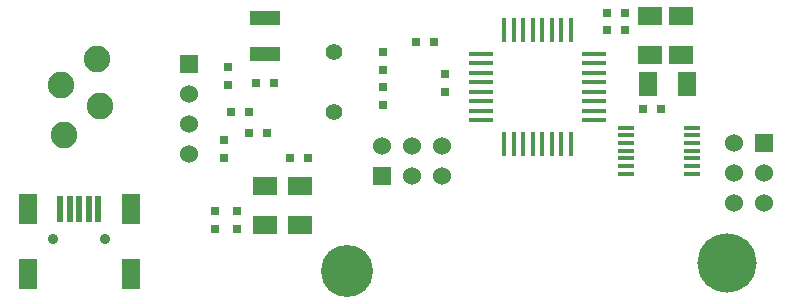
<source format=gts>
G04 (created by PCBNEW-RS274X (2011-11-27 BZR 3249)-stable) date 17/09/2012 7:08:21 p.m.*
G01*
G70*
G90*
%MOIN*%
G04 Gerber Fmt 3.4, Leading zero omitted, Abs format*
%FSLAX34Y34*%
G04 APERTURE LIST*
%ADD10C,0.006000*%
%ADD11R,0.055000X0.017000*%
%ADD12R,0.078700X0.017700*%
%ADD13R,0.017700X0.078700*%
%ADD14C,0.035400*%
%ADD15R,0.059100X0.098400*%
%ADD16R,0.019700X0.090600*%
%ADD17C,0.088600*%
%ADD18C,0.197500*%
%ADD19C,0.173900*%
%ADD20C,0.056000*%
%ADD21R,0.060000X0.060000*%
%ADD22C,0.060000*%
%ADD23R,0.031500X0.025000*%
%ADD24R,0.080000X0.060000*%
%ADD25R,0.060000X0.080000*%
%ADD26R,0.100000X0.050000*%
%ADD27R,0.025000X0.031500*%
G04 APERTURE END LIST*
G54D10*
G54D11*
X21112Y-05063D03*
X21112Y-05313D03*
X21112Y-05573D03*
X21112Y-05823D03*
X21112Y-06083D03*
X21112Y-06338D03*
X21112Y-06593D03*
X23312Y-06593D03*
X23312Y-06338D03*
X23312Y-06083D03*
X23312Y-05823D03*
X23312Y-05568D03*
X23312Y-05313D03*
X23312Y-05058D03*
G54D12*
X16266Y-04806D03*
X16266Y-04491D03*
X16266Y-04176D03*
X16266Y-03861D03*
X16266Y-03546D03*
X16266Y-03231D03*
X16266Y-02916D03*
X16266Y-02601D03*
X20032Y-02603D03*
X20032Y-04813D03*
X20032Y-04493D03*
X20032Y-04173D03*
X20032Y-03863D03*
X20032Y-03543D03*
X20032Y-03233D03*
X20032Y-02913D03*
G54D13*
X17050Y-01813D03*
X17364Y-01813D03*
X17680Y-01813D03*
X17994Y-01813D03*
X18310Y-01813D03*
X18624Y-01813D03*
X18940Y-01813D03*
X19254Y-01813D03*
X17052Y-05593D03*
X17362Y-05593D03*
X17682Y-05593D03*
X17992Y-05593D03*
X18302Y-05593D03*
X18622Y-05593D03*
X18942Y-05593D03*
X19262Y-05593D03*
G54D14*
X03740Y-08760D03*
X02008Y-08760D03*
G54D15*
X04587Y-09941D03*
X01161Y-09941D03*
X04587Y-07776D03*
X01161Y-07776D03*
G54D16*
X02874Y-07776D03*
X02559Y-07776D03*
X02244Y-07776D03*
X03189Y-07776D03*
X03504Y-07776D03*
G54D17*
X02283Y-03644D03*
G54D18*
X24462Y-09573D03*
G54D19*
X11812Y-09823D03*
G54D20*
X11382Y-04523D03*
X11382Y-02523D03*
G54D21*
X12962Y-06683D03*
G54D22*
X12962Y-05683D03*
X13962Y-06683D03*
X13962Y-05683D03*
X14962Y-06683D03*
X14962Y-05683D03*
G54D21*
X06522Y-02943D03*
G54D22*
X06522Y-03943D03*
X06522Y-04943D03*
X06522Y-05943D03*
G54D17*
X02381Y-05317D03*
X03562Y-04333D03*
X03464Y-02758D03*
G54D23*
X07402Y-08433D03*
X07402Y-07833D03*
X08122Y-08433D03*
X08122Y-07833D03*
G54D24*
X09072Y-08293D03*
X09072Y-06993D03*
X10222Y-08293D03*
X10222Y-06993D03*
G54D25*
X21822Y-03613D03*
X23122Y-03613D03*
G54D24*
X22952Y-01343D03*
X22952Y-02643D03*
X21892Y-01343D03*
X21892Y-02643D03*
G54D21*
X25697Y-05575D03*
G54D22*
X24697Y-05575D03*
X25697Y-06575D03*
X24697Y-06575D03*
X25697Y-07575D03*
X24697Y-07575D03*
G54D26*
X09082Y-01413D03*
X09082Y-02613D03*
G54D27*
X21062Y-01233D03*
X20462Y-01233D03*
X21062Y-01803D03*
X20462Y-01803D03*
G54D23*
X07702Y-06063D03*
X07702Y-05463D03*
G54D27*
X08522Y-04543D03*
X07922Y-04543D03*
X10502Y-06073D03*
X09902Y-06073D03*
X09122Y-05243D03*
X08522Y-05243D03*
G54D23*
X13002Y-04313D03*
X13002Y-03713D03*
G54D27*
X08782Y-03563D03*
X09382Y-03563D03*
G54D23*
X07842Y-03023D03*
X07842Y-03623D03*
X12992Y-02523D03*
X12992Y-03123D03*
G54D27*
X14102Y-02213D03*
X14702Y-02213D03*
X22268Y-04449D03*
X21668Y-04449D03*
G54D23*
X15082Y-03263D03*
X15082Y-03863D03*
M02*

</source>
